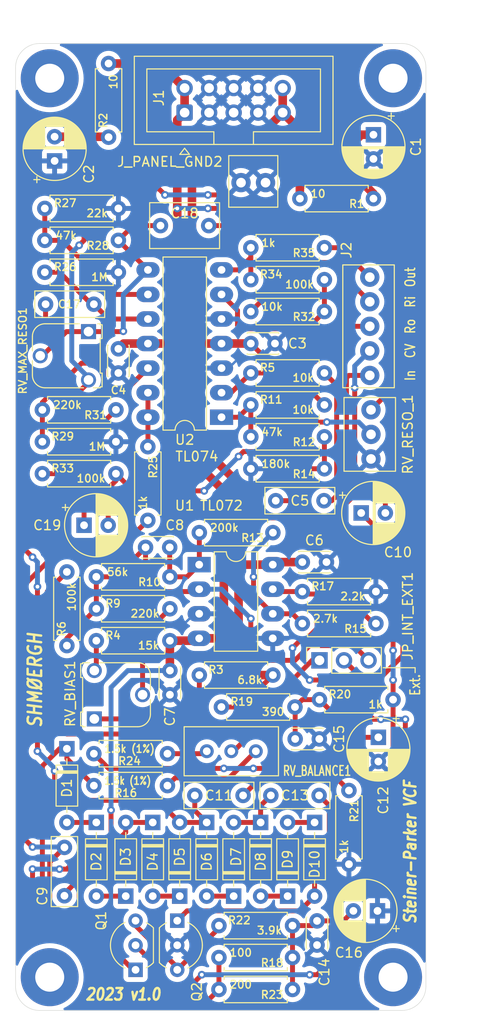
<source format=kicad_pcb>
(kicad_pcb (version 20221018) (generator pcbnew)
  (layers (0 "F.Cu" signal) (31 "B.Cu" signal) (34 "B.Paste" user) (35 "F.Paste" user) (36 "B.SilkS" user "B.Silkscreen") (37 "F.SilkS" user "F.Silkscreen") (38 "B.Mask" user) (39 "F.Mask" user) (44 "Edge.Cuts" user))
  (net 0 "")
  (net 1 "GND")
  (net 2 "Net-(C1-Pad1)")
  (net 3 "Net-(C2-Pad2)")
  (net 4 "+12V")
  (net 5 "-12V")
  (net 6 "AUDIO_IN")
  (net 7 "Net-(C5-Pad1)")
  (net 8 "Net-(JP_INT_EXT1-B)")
  (net 9 "Net-(C8-Pad1)")
  (net 10 "Net-(C13-Pad2)")
  (net 11 "Net-(D3-A)")
  (net 12 "Net-(C10-Pad2)")
  (net 13 "Net-(C10-Pad1)")
  (net 14 "Net-(C11-Pad2)")
  (net 15 "Net-(D5-A)")
  (net 16 "Net-(C12-Pad1)")
  (net 17 "Net-(D7-A)")
  (net 18 "Net-(C14-Pad1)")
  (net 19 "Net-(U2C-+)")
  (net 20 "Net-(C18-Pad2)")
  (net 21 "Net-(C18-Pad1)")
  (net 22 "Net-(C19-Pad2)")
  (net 23 "Net-(C19-Pad1)")
  (net 24 "Net-(D1-K)")
  (net 25 "Net-(D1-A)")
  (net 26 "Net-(D2-A)")
  (net 27 "Net-(D4-A)")
  (net 28 "Net-(D6-A)")
  (net 29 "Net-(D8-A)")
  (net 30 "Net-(D10-K)")
  (net 31 "Net-(D10-A)")
  (net 32 "CV")
  (net 33 "Net-(R33-Pad1)")
  (net 34 "OUTPUT")
  (net 35 "Net-(JP_INT_EXT1-A)")
  (net 36 "Net-(Q1-B)")
  (net 37 "Net-(Q1-E)")
  (net 38 "Net-(R3-Pad1)")
  (net 39 "Net-(R4-Pad1)")
  (net 40 "Net-(U2A--)")
  (net 41 "Net-(R9-Pad2)")
  (net 42 "Net-(R11-Pad1)")
  (net 43 "Net-(U1B--)")
  (net 44 "Net-(R16-Pad1)")
  (net 45 "Net-(R24-Pad1)")
  (net 46 "Net-(U2D--)")
  (net 47 "Net-(U2C--)")
  (net 48 "Net-(U2D-+)")
  (net 49 "Net-(U2B--)")
  (net 50 "Net-(R34-Pad1)")
  (footprint "Diode_THT:D_DO-35_SOD27_P7.62mm_Horizontal" (layer "F.Cu") (at 140.97 130.556 -90)
    (fp_text reference "D10")
    (fp_text value "1N4148")
  )
  (footprint "Diode_THT:D_DO-35_SOD27_P7.62mm_Horizontal" (layer "F.Cu") (at 115.316 122.936 -90)
    (fp_text reference "D1")
    (fp_text value "1N4148")
  )
  (footprint "HOG-F1-Custom-Footprints:R_Axial_DIN0207_L6.3mm_D2.5mm_P7.62mm_Horizontal" (layer "F.Cu") (at 131.318 118.618)
    (fp_text reference "R19")
    (fp_text value "390")
  )
  (footprint "HOG-F1-Custom-Footprints:R_Axial_DIN0207_L6.3mm_D2.5mm_P7.62mm_Horizontal" (layer "F.Cu") (at 120.396 87.884 180)
    (fp_text reference "R31")
    (fp_text value "220k")
  )
  (footprint "Capacitor_THT:CP_Radial_D6.3mm_P2.50mm" (layer "F.Cu") (at 114.046 62.14238 90)
    (fp_text reference "C2")
    (fp_text value "100u")
  )
  (footprint "Capacitor_THT:CP_Radial_D6.3mm_P2.50mm" (layer "F.Cu") (at 147.48638 139.7 180)
    (fp_text reference "C16")
    (fp_text value "100u")
  )
  (footprint "Diode_THT:D_DO-35_SOD27_P7.62mm_Horizontal" (layer "F.Cu") (at 129.794 130.556 -90)
    (fp_text reference "D6")
    (fp_text value "1N4148")
  )
  (footprint "MountingHole:MountingHole_3mm_Pad" (layer "F.Cu") (at 149.098 53.594)
    (fp_text reference "H1" hide)
    (fp_text value "MountingHole")
  )
  (footprint "Capacitor_THT:C_Rect_L7.0mm_W2.5mm_P5.00mm" (layer "F.Cu") (at 128.564 127.762)
    (fp_text reference "C11")
    (fp_text value "1n (Foil)")
  )
  (footprint "Capacitor_THT:C_Disc_D3.0mm_W2.0mm_P2.50mm" (layer "F.Cu") (at 139.7 103.632)
    (fp_text reference "C6")
    (fp_text value "100n")
  )
  (footprint "Capacitor_THT:C_Rect_L7.0mm_W2.5mm_P5.00mm" (layer "F.Cu") (at 118.11 76.962 180)
    (fp_text reference "C17")
    (fp_text value "470n (foil)")
  )
  (footprint "Diode_THT:D_DO-35_SOD27_P7.62mm_Horizontal" (layer "F.Cu") (at 127 138.176 90)
    (fp_text reference "D5")
    (fp_text value "1N4148")
  )
  (footprint "Connector_PinSocket_2.54mm:PinSocket_1x03_P2.54mm_Vertical" (layer "F.Cu") (at 141.478 113.792 90)
    (fp_text reference "JP_INT_EXT1")
    (fp_text value "Internal/External CV")
  )
  (footprint "HOG-F1-Custom-Footprints:R_Axial_DIN0207_L6.3mm_D2.5mm_P7.62mm_Horizontal" (layer "F.Cu") (at 112.776 91.186)
    (fp_text reference "R29")
    (fp_text value "1M")
  )
  (footprint "HOG-F1-Custom-Footprints:R_Axial_DIN0207_L6.3mm_D2.5mm_P7.62mm_Horizontal" (layer "F.Cu") (at 134.366 84.074)
    (fp_text reference "R5")
    (fp_text value "10k")
  )
  (footprint "Diode_THT:D_DO-35_SOD27_P7.62mm_Horizontal" (layer "F.Cu") (at 138.176 138.176 90)
    (fp_text reference "D9")
    (fp_text value "1N4148")
  )
  (footprint "Package_DIP:DIP-8_W7.62mm_LongPads" (layer "F.Cu") (at 129.017 103.896)
    (fp_text reference "U1")
    (fp_text value "TL072")
  )
  (footprint "Capacitor_THT:C_Disc_D3.0mm_W2.0mm_P2.50mm" (layer "F.Cu") (at 141.224 140.736 -90)
    (fp_text reference "C14")
    (fp_text value "100n")
  )
  (footprint "Package_TO_SOT_THT:TO-92_Inline_Wide" (layer "F.Cu") (at 126.746 140.716 -90)
    (fp_text reference "Q2")
    (fp_text value "BC547B")
  )
  (footprint "Diode_THT:D_DO-35_SOD27_P7.62mm_Horizontal" (layer "F.Cu") (at 118.364 130.556 -90)
    (fp_text reference "D2")
    (fp_text value "1N4148")
  )
  (footprint "HOG-F1-Custom-Footprints:R_Axial_DIN0207_L6.3mm_D2.5mm_P7.62mm_Horizontal" (layer "F.Cu") (at 118.364 108.458)
    (fp_text reference "R9")
    (fp_text value "220k")
  )
  (footprint "HOG-F1-Custom-Footprints:R_Axial_DIN0207_L6.3mm_D2.5mm_P7.62mm_Horizontal" (layer "F.Cu") (at 115.316 112.268 90)
    (fp_text reference "R6")
    (fp_text value "100k")
  )
  (footprint "HOG-F1-Custom-Footprints:R_Axial_DIN0207_L6.3mm_D2.5mm_P7.62mm_Horizontal" (layer "F.Cu") (at 129.032 115.316)
    (fp_text reference "R3")
    (fp_text value "6.8k")
  )
  (footprint "HOG-F1-Custom-Footprints:R_Axial_DIN0207_L6.3mm_D2.5mm_P7.62mm_Horizontal" (layer "F.Cu") (at 136.652 100.584 180)
    (fp_text reference "R13")
    (fp_text value "200k")
  )
  (footprint "MountingHole:MountingHole_3mm_Pad" (layer "F.Cu") (at 113.538 53.594)
    (fp_text reference "H3" hide)
    (fp_text value "MountingHole")
  )
  (footprint "Capacitor_THT:C_Rect_L7.0mm_W2.5mm_P5.00mm" (layer "F.Cu") (at 136.946 97.282)
    (fp_text reference "C5")
    (fp_text value "470n (Foil)")
  )
  (footprint "Capacitor_THT:C_Disc_D3.0mm_W2.0mm_P2.50mm" (layer "F.Cu") (at 134.366 81.026)
    (fp_text reference "C3")
    (fp_text value "100n")
  )
  (footprint "Capacitor_THT:CP_Radial_D6.3mm_P2.50mm" (layer "F.Cu") (at 147.574 121.753621 -90)
    (fp_text reference "C12")
    (fp_text value "100u")
  )
  (footprint "HOG-F1-Custom-Footprints:R_Axial_DIN0207_L6.3mm_D2.5mm_P7.62mm_Horizontal" (layer "F.Cu") (at 125.984 105.156 180)
    (fp_text reference "R10")
    (fp_text value "56k")
  )
  (footprint "HOG-F1-Custom-Footprints:R_Axial_DIN0207_L6.3mm_D2.5mm_P7.62mm_Horizontal" (layer "F.Cu") (at 120.65 70.358 180)
    (fp_text reference "R28")
    (fp_text value "47k")
  )
  (footprint "HOG-F1-Custom-Footprints:R_Axial_DIN0207_L6.3mm_D2.5mm_P7.62mm_Horizontal" (layer "F.Cu") (at 141.986 90.678 180)
    (fp_text reference "R12")
    (fp_text value "47k")
  )
  (footprint "Connector_IDC:IDC-Header_2x05_P2.54mm_Vertical" (layer "F.Cu") (at 127.508 57.15 90)
    (fp_text reference "J1")
    (fp_text value "Eurorack Power")
  )
  (footprint "Capacitor_THT:C_Disc_D3.0mm_W2.0mm_P2.50mm" (layer "F.Cu") (at 138.958 121.92)
    (fp_text reference "C15")
    (fp_text value "100n")
  )
  (footprint "Capacitor_THT:C_Rect_L7.0mm_W4.5mm_P5.00mm" (layer "F.Cu") (at 130.008 68.834 180)
    (fp_text reference "C18")
    (fp_text value "1u (Foil)")
  )
  (footprint "Potentiometer_THT:Potentiometer_Runtron_RM-065_Vertical" (layer "F.Cu") (at 117.556 79.796 -90)
    (fp_text reference "RV_MAX_RESO1")
    (fp_text value "100k")
  )
  (footprint "Capacitor_THT:C_Disc_D3.0mm_W2.0mm_P2.50mm" (layer "F.Cu") (at 120.65 84.074 90)
    (fp_text reference "C4")
    (fp_text value "100n")
  )
  (footprint "Potentiometer_THT:Potentiometer_Bourns_3296W_Vertical" (layer "F.Cu") (at 134.884 123.19)
    (fp_text reference "RV_BALANCE1")
    (fp_text value "1k (precision)")
  )
  (footprint "Capacitor_THT:CP_Radial_D6.3mm_P2.50mm" (layer "F.Cu") (at 147.066 59.436 -90)
    (fp_text reference "C1")
    (fp_text value "100u")
  )
  (footprint "HOG-F1-Custom-Footprints:R_Axial_DIN0207_L6.3mm_D2.5mm_P7.62mm_Horizontal" (layer "F.Cu") (at 134.366 74.422)
    (fp_text reference "R34")
    (fp_text value "100k")
  )
  (footprint "HOG-F1-Custom-Footprints:R_Axial_DIN0207_L6.3mm_D2.5mm_P7.62mm_Horizontal" (layer "F.Cu") (at 125.73 126.746 180)
    (fp_text reference "R16")
    (fp_text value "1.5k (1%)")
  )
  (footprint "Diode_THT:D_DO-35_SOD27_P7.62mm_Horizontal" (layer "F.Cu") (at 132.588 138.176 90)
    (fp_text reference "D7")
    (fp_text value "1N4148")
  )
  (footprint "HOG-F1-Custom-Footprints:R_Axial_DIN0207_L6.3mm_D2.5mm_P7.62mm_Horizontal" (layer "F.Cu") (at 113.03 67.056)
    (fp_text reference "R27")
    (fp_text value "22k")
  )
  (footprint "HOG-F1-Custom-Footprints:NSL25_01x02_Vertical" (layer "F.Cu") (at 133.35 64.389)
    (fp_text reference "J_PANEL_GND2")
    (fp_text value "Panel ground")
  )
  (footprint "Capacitor_THT:C_Rect_L7.0mm_W2.5mm_P5.00mm" (layer "F.Cu") (at 115.062 138.136 90)
    (fp_text reference "C9")
    (fp_text value "1n (Foil)")
  )
  (footprint "Diode_THT:D_DO-35_SOD27_P7.62mm_Horizontal" (layer "F.Cu") (at 135.382 130.556 -90)
    (fp_text reference "D8")
    (fp_text value "1N4148")
  )
  (footprint "HOG-F1-Custom-Footprints:R_Axial_DIN0207_L6.3mm_D2.5mm_P7.62mm_Horizontal" (layer "F.Cu") (at 147.32 109.982 180)
    (fp_text reference "R15")
    (fp_text value "2.7k")
  )
  (footprint "HOG-F1-Custom-Footprints:R_Axial_DIN0207_L6.3mm_D2.5mm_P7.62mm_Horizontal" (layer "F.Cu") (at 125.73 123.444 180)
    (fp_text reference "R24")
    (fp_text value "1.5k (1%)")
  )
  (footprint "HOG-F1-Custom-Footprints:R_Axial_DIN0207_L6.3mm_D2.5mm_P7.62mm_Horizontal" (layer "F.Cu") (at 113.03 73.66)
    (fp_text reference "R26")
    (fp_text value "1M")
  )
  (footprint "MountingHole:MountingHole_3mm_Pad" (layer "F.Cu") (at 149.098 146.558)
    (fp_text reference "H2" hide)
    (fp_text value "MountingHole")
  )
  (footprint "HOG-F1-Custom-Footprints:R_Axial_DIN0207_L6.3mm_D2.5mm_P7.62mm_Horizontal" (layer "F.Cu") (at 144.526 127.254 -90)
    (fp_text reference "R21")
    (fp_text value "1k")
  )
  (footprint "Potentiometer_THT:Potentiometer_Runtron_RM-065_Vertical" (layer "F.Cu") (at 118.156 119.848 90)
    (fp_text reference "RV_BIAS1")
    (fp_text value "10k")
  )
  (footprint "HOG-F1-Custom-Footprints:R_Axial_DIN0207_L6.3mm_D2.5mm_P7.62mm_Horizontal" (layer "F.Cu") (at 138.684 144.526 180)
    (fp_text reference "R18")
    (fp_text value "100")
  )
  (footprint "HOG-F1-Custom-Footprints:R_Axial_DIN0207_L6.3mm_D2.5mm_P7.62mm_Horizontal" (layer "F.Cu") (at 147.066 66.04 180)
    (fp_text reference "R1")
    (fp_text value "10")
  )
  (footprint "HOG-F1-Custom-Footprints:R_Axial_DIN0207_L6.3mm_D2.5mm_P7.62mm_Horizontal" (layer "F.Cu") (at 134.366 87.376)
    (fp_text reference "R11")
    (fp_text value "10k")
  )
  (footprint "HOG-F1-Custom-Footprints:R_Axial_DIN0207_L6.3mm_D2.5mm_P7.62mm_Horizontal" (layer "F.Cu") (at 138.684 147.828 180)
    (fp_text reference "R23")
    (fp_text value "200")
  )
  (footprint "Package_DIP:DIP-14_W7.62mm_LongPads" (layer "F.Cu") (at 131.333 88.651 180)
    (fp_text reference "U2")
    (fp_text value "TL074")
  )
  (footprint "HOG-F1-Custom-Footprints:R_Axial_DIN0207_L6.3mm_D2.5mm_P7.62mm_Horizontal" (layer "F.Cu") (at 131.064 141.224)
    (fp_text reference "R22")
    (fp_text value "3.9k")
  )
  (footprint "HOG-F1-Custom-Footprints:R_Axial_DIN0207_L6.3mm_D2.5mm_P7.62mm_Horizontal" (layer "F.Cu") (at 141.986 77.724 180)
    (fp_text reference "R32")
    (fp_text value "10k")
  )
  (footprint "Capacitor_THT:C_Disc_D3.0mm_W2.0mm_P2.50mm" (layer "F.Cu") (at 125.984 117.348 90)
    (fp_text reference "C7")
    (fp_text value "100n")
  )
  (footprint "Diode_THT:D_DO-35_SOD27_P7.62mm_Horizontal" (layer "F.Cu") (at 124.206 130.556 -90)
    (fp_text reference "D4")
    (fp_text value "1N4148")
  )
  (footprint "Capacitor_THT:CP_Radial_D6.3mm_P2.50mm" (layer "F.Cu") (at 145.796 98.552)
    (fp_text reference "C10")
    (fp_text value "2.2u")
  )
  (footprint "HOG-F1-Custom-Footprints:R_Axial_DIN0207_L6.3mm_D2.5mm_P7.62mm_Horizontal" (layer "F.Cu") (at 112.776 94.488)
    (fp_text reference "R33")
    (fp_text value "100k")
  )
  (footprint "HOG-F1-Custom-Footprints:R_Axial_DIN0207_L6.3mm_D2.5mm_P7.62mm_Horizontal" (layer "F.Cu") (at 139.7 106.68)
    (fp_text reference "R17")
    (fp_text value "2.2k")
  )
  (footprint "Diode_THT:D_DO-35_SOD27_P7.62mm_Horizontal" (layer "F.Cu") (at 121.412 138.176 90)
    (fp_text reference "D3")
    (fp_text value "1N4148")
  )
  (footprint "HOG-F1-Custom-Footprints:NSL25_01x03_Vertical" (layer "F.Cu") (at 146.812 92.964 90)
    (fp_text reference "RV_RESO_1")
    (fp_text value "100k")
  )
  (footprint "Capacitor_THT:CP_Radial_D6.3mm_P2.50mm" (layer "F.Cu") (at 117.094 99.822)
    (fp_text reference "C19")
    (fp_text value "10u")
  )
  (footprint "Capacitor_THT:C_Disc_D3.0mm_W2.0mm_P2.50mm" (layer "F.Cu") (at 125.964 102.108 180)
    (fp_text reference "C8")
    (fp_text value "10n")
  )
  (footprint "HOG-F1-Custom-Footprints:R_Axial_DIN0207_L6.3mm_D2.5mm_P7.62mm_Horizontal" (layer "F.Cu") (at 118.364 111.76)
    (fp_text reference "R4")
    (fp_text value "15k")
  )
  (footprint "HOG-F1-Custom-Footprints:R_Axial_DIN0207_L6.3mm_D2.5mm_P7.62mm_Horizontal" (layer "F.Cu") (at 141.986 71.12 180)
    (fp_text reference "R35")
    (fp_text value "1k")
  )
  (footprint "MountingHole:MountingHole_3mm_Pad" (layer "F.Cu") (at 113.538 146.558)
    (fp_text reference "H4" hide)
    (fp_text value "MountingHole")
  )
  (footprint "Capacitor_THT:C_Rect_L7.0mm_W2.5mm_P5.00mm" (layer "F.Cu") (at 136.438 127.762)
    (fp_text reference "C13")
    (fp_text value "1n (Foil)")
  )
  (footprint "Package_TO_SOT_THT:TO-92_Inline_Wide" (layer "F.Cu") (at 122.428 145.796 90)
    (fp_text reference "Q1")
    (fp_text value "BC547B")
  )
  (footprint "HOG-F1-Custom-Footprints:R_Axial_DIN0207_L6.3mm_D2.5mm_P7.62mm_Horizontal" (layer "F.Cu") (at 123.698 91.694 -90)
    (fp_text reference "R25")
    (fp_text value "1k")
  )
  (footprint "HOG-F1-Custom-Footprints:R_Axial_DIN0207_L6.3mm_D2.5mm_P7.62mm_Horizontal" (layer "F.Cu") (at 141.986 93.98 180)
    (fp_text reference "R14")
    (fp_text value "180k")
  )
  (footprint "HOG-F1-Custom-Footprints:R_Axial_DIN0207_L6.3mm_D2.5mm_P7.62mm_Horizontal" (layer "F.Cu") (at 141.478 117.856)
    (fp_text reference "R20")
    (fp_text value "1k")
  )
  (footprint "HOG-F1-Custom-Footprints:R_Axial_DIN0207_L6.3mm_D2.5mm_P7.62mm_Horizontal" (layer "F.Cu") (at 119.634 59.69 90)
    (fp_text reference "R2")
    (fp_text value "10")
  )
  (footprint "HOG-F1-Custom-Footprints:NSL25_01x05_Vertical" (layer "F.Cu") (at 146.685 84.328 90)
    (fp_text reference "J2")
    (fp_text value "Conn_01x05_Male")
  )
  (gr_line (start 151.384 114.554) (end 151.384 115.062) (stroke (width 0.12)) (layer "F.SilkS"))
  (gr_line (start 148.082 114.554) (end 151.384 114.554) (stroke (width 0.12)) (layer "F.SilkS"))
  (gr_arc (start 110 52.5) (mid 110.732233 50.732233) (end 112.5 50) (stroke (width 0.05)) (layer "Edge.Cuts"))
  (gr_arc (start 152.5 147.5) (mid 151.767767 149.267767) (end 150 150) (stroke (width 0.05)) (layer "Edge.Cuts"))
  (gr_line (start 110 147.5) (end 110 52.5) (stroke (width 0.05)) (layer "Edge.Cuts"))
  (gr_line (start 152.5 52.5) (end 152.5 147.5) (stroke (width 0.05)) (layer "Edge.Cuts"))
  (gr_arc (start 150 50) (mid 151.767767 50.732233) (end 152.5 52.5) (stroke (width 0.05)) (layer "Edge.Cuts"))
  (gr_arc (start 112.5 150) (mid 110.732233 149.267767) (end 110 147.5) (stroke (width 0.05)) (layer "Edge.Cuts"))
  (gr_line (start 112.5 50) (end 150 50) (stroke (width 0.05)) (layer "Edge.Cuts"))
  (gr_line (start 150 150) (end 112.5 150) (stroke (width 0.05)) (layer "Edge.Cuts"))
  (gr_text "Out" (at 150.876 74.168 90) (layer "F.SilkS") (effects (font (size 1 0.8))))
  (gr_text "TL074" (at 128.778 92.71) (layer "F.SilkS") (effects (font (size 1 1))))
  (gr_text "Ext." (at 151.384 116.332 90) (layer "F.SilkS") (effects (font (size 1 0.8))))
  (gr_text "SHMØERGH" (at 112.014 115.824 90) (layer "F.SilkS") (effects (font (size 1.4 1.2) (thickness 0.25) italic)))
  (gr_text "CV" (at 150.876 81.788 90) (layer "F.SilkS") (effects (font (size 1 0.8))))
  (gr_text "TL072" (at 131.318 97.79) (layer "F.SilkS") (effects (font (size 1 1))))
  (gr_text "Steiner-Parker VCF" (at 150.876 133.604 90) (layer "F.SilkS") (effects (font (size 1.2 1) (thickness 0.25) italic)))
  (gr_text "Ri" (at 150.876 76.708 90) (layer "F.SilkS") (effects (font (size 1 0.8))))
  (gr_text "Ro" (at 150.876 79.248 90) (layer "F.SilkS") (effects (font (size 1 0.8))))
  (gr_text "In" (at 150.876 84.328 90) (layer "F.SilkS") (effects (font (size 1 0.8))))
  (gr_text "2023 v1.0" (at 121.158 148.336) (layer "F.SilkS") (effects (font (size 1.2 1) (thickness 0.25) italic)))
  (segment (start 128.514 108.976) (end 127.254 110.236) (width 0.25) (layer "B.Cu") (net 1))
  (segment (start 133.096 82.55) (end 132.075 83.571) (width 0.25) (layer "B.Cu") (net 1))
  (segment (start 132.075 83.571) (end 131.333 83.571) (width 0.25) (layer "B.Cu") (net 1))
  (segment (start 147.066 66.04) (end 147.066 65.532) (width 0.889) (layer "F.Cu") (net 2))
  (segment (start 147.066 65.532) (end 144.78 63.246) (width 0.889) (layer "F.Cu") (net 2))
  (segment (start 145.796 59.436) (end 147.066 59.436) (width 0.889) (layer "F.Cu") (net 2))
  (segment (start 144.78 63.246) (end 144.78 60.452) (width 0.889) (layer "F.Cu") (net 2))
  (segment (start 144.78 60.452) (end 145.796 59.436) (width 0.889) (layer "F.Cu") (net 2))
  (segment (start 114.046 59.64238) (end 119.58638 59.64238) (width 0.889) (layer "F.Cu") (net 3))
  (segment (start 119.58638 59.64238) (end 119.634 59.69) (width 0.889) (layer "F.Cu") (net 3))
  (segment (start 133.096 95.504) (end 133.096 113.538) (width 0.889) (layer "F.Cu") (net 4))
  (segment (start 134.62 60.198) (end 129.032 60.198) (width 0.889) (layer "F.Cu") (net 4))
  (segment (start 133.106 103.896) (end 136.637 103.896) (width 0.889) (layer "F.Cu") (net 4))
  (segment (start 134.874 115.316) (end 136.652 115.316) (width 0.889) (layer "F.Cu") (net 4))
  (segment (start 139.446 58.928) (end 137.668 57.15) (width 0.889) (layer "F.Cu") (net 4))
  (segment (start 137.668 57.15) (end 134.62 60.198) (width 0.889) (layer "F.Cu") (net 4))
  (segment (start 136.637 103.896) (end 136.901 103.632) (width 0.889) (layer "F.Cu") (net 4))
  (segment (start 133.35 118.618) (end 136.652 115.316) (width 0.508) (layer "F.Cu") (net 4))
  (segment (start 136.901 103.632) (end 139.7 103.632) (width 0.889) (layer "F.Cu") (net 4))
  (segment (start 133.096 103.886) (end 133.106 103.896) (width 0.889) (layer "F.Cu") (net 4))
  (segment (start 131.338 81.026) (end 131.333 81.031) (width 0.889) (layer "F.Cu") (net 4))
  (segment (start 128.27 60.96) (end 128.27 81.026) (width 0.889) (layer "F.Cu") (net 4))
  (segment (start 140.97 82.931) (end 136.271 82.931) (width 0.508) (layer "F.Cu") (net 4))
  (segment (start 129.032 60.198) (end 128.27 60.96) (width 0.889) (layer "F.Cu") (net 4))
  (segment (start 136.271 82.931) (end 134.366 81.026) (width 0.508) (layer "F.Cu") (net 4))
  (segment (start 128.275 81.031) (end 128.27 81.026) (width 0.889) (layer "F.Cu") (net 4))
  (segment (start 133.096 113.538) (end 134.874 115.316) (width 0.889) (layer "F.Cu") (net 4))
  (segment (start 146.685 79.248) (end 144.653 79.248) (width 0.508) (layer "F.Cu") (net 4))
  (segment (start 129.032 93.218) (end 130.81 93.218) (width 0.889) (layer "F.Cu") (net 4))
  (segment (start 139.446 66.04) (end 139.446 58.928) (width 0.889) (layer "F.Cu") (net 4))
  (segment (start 134.366 81.026) (end 131.338 81.026) (width 0.889) (layer "F.Cu") (net 4))
  (segment (start 131.333 81.031) (end 128.275 81.031) (width 0.889) (layer "F.Cu") (net 4))
  (segment (start 131.318 118.618) (end 133.35 118.618) (width 0.508) (layer "F.Cu") (net 4))
  (segment (start 144.653 79.248) (end 140.97 82.931) (width 0.508) (layer "F.Cu") (net 4))
  (segment (start 137.668 54.61) (end 137.668 57.15) (width 0.889) (layer "F.Cu") (net 4))
  (segment (start 128.27 81.026) (end 128.27 92.456) (width 0.889) (layer "F.Cu") (net 4))
  (segment (start 130.81 93.218) (end 133.096 95.504) (width 0.889) (layer "F.Cu") (net 4))
  (segment (start 128.27 92.456) (end 129.032 93.218) (width 0.889) (layer "F.Cu") (net 4))
  (segment (start 119.888 129.286) (end 119.888 131.826) (width 0.508) (layer "F.Cu") (net 5))
  (segment (start 123.698 148.844) (end 122.428 148.844) (width 0.508) (layer "F.Cu") (net 5))
  (segment (start 140.208 72.644) (end 135.001 67.437) (width 0.508) (layer "F.Cu") (net 5))
  (segment (start 130.8 111.516) (end 129.017 111.516) (width 0.889) (layer "F.Cu") (net 5))
  (segment (start 126.741 81.031) (end 126.746 81.026) (width 0.889) (layer "F.Cu") (net 5))
  (segment (start 146.685 76.708) (end 142.621 72.644) (width 0.508) (layer "F.Cu") (net 5))
  (segment (start 126.746 81.026) (end 126.746 93.234078) (width 0.889) (layer "F.Cu") (net 5))
  (segment (start 122.428 148.844) (end 117.348 143.764) (width 0.508) (layer "F.Cu") (net 5))
  (segment (start 131.064 147.828) (end 130.048 148.844) (width 0.508) (layer "F.Cu") (net 5))
  (segment (start 125.984 111.76) (end 128.773 111.76) (width 0.889) (layer "F.Cu") (net 5))
  (segment (start 123.713 81.031) (end 121.193 81.031) (width 0.889) (layer "F.Cu") (net 5))
  (segment (start 131.826 67.437) (end 131.445 67.056) (width 0.508) (layer "F.Cu") (net 5))
  (segment (start 127.508 57.15) (end 126.746 57.912) (width 0.889) (layer "F.Cu") (net 5))
  (segment (start 128.773 111.76) (end 129.017 111.516) (width 0.889) (layer "F.Cu") (net 5))
  (segment (start 115.316 135.382) (end 114.554 135.382) (width 0.508) (layer "F.Cu") (net 5))
  (segment (start 126.746 67.056) (end 126.746 81.026) (width 0.889) (layer "F.Cu") (net 5))
  (segment (start 126.746 93.234078) (end 128.072922 94.561) (width 0.889) (layer "F.Cu") (net 5))
  (segment (start 128.072922 94.561) (end 129.867 94.561) (width 0.889) (layer "F.Cu") (net 5))
  (segment (start 131.572 110.744) (end 130.8 111.516) (width 0.889) (layer "F.Cu") (net 5))
  (segment (start 126.746 57.912) (end 126.746 67.056) (width 0.889) (layer "F.Cu") (net 5))
  (segment (start 121.193 81.031) (end 120.65 81.574) (width 0.889) (layer "F.Cu") (net 5))
  (segment (start 131.064 144.526) (end 131.064 147.828) (width 0.508) (layer "F.Cu") (net 5))
  (segment (start 135.001 67.437) (end 131.826 67.437) (width 0.508) (layer "F.Cu") (net 5))
  (segment (start 119.888 131.826) (end 118.618 133.096) (width 0.508) (layer "F.Cu") (net 5))
  (segment (start 117.348 143.764) (end 116.078 142.494) (width 0.508) (layer "F.Cu") (net 5))
  (segment (start 124.968 52.07) (end 127.508 54.61) (width 0.889) (layer "F.Cu") (net 5))
  (segment (start 131.445 67.056) (end 129.921 67.056) (width 0.508) (layer "F.Cu") (net 5))
  (segment (start 119.634 52.07) (end 124.968 52.07) (width 0.889) (layer "F.Cu") (net 5))
  (segment (start 127.508 54.61) (end 127.508 57.15) (width 0.889) (layer "F.Cu") (net 5))
  (segment (start 111.76 140.462) (end 111.76 135.382) (width 0.508) (layer "F.Cu") (net 5))
  (segment (start 114.3 142.494) (end 113.792 142.494) (width 0.508) (layer "F.Cu") (net 5))
  (segment (start 130.048 148.844) (end 123.698 148.844) (width 0.508) (layer "F.Cu") (net 5))
  (segment (start 113.792 142.494) (end 111.76 140.462) (width 0.508) (layer "F.Cu") (net 5))
  (segment (start 116.078 142.494) (end 114.3 142.494) (width 0.508) (layer "F.Cu") (net 5))
  (segment (start 131.572 96.266) (end 131.572 110.744) (width 0.889) (layer "F.Cu") (net 5))
  (segment (start 129.867 94.561) (end 131.572 96.266) (width 0.889) (layer "F.Cu") (net 5))
  (segment (start 142.621 72.644) (end 140.208 72.644) (width 0.508) (layer "F.Cu") (net 5))
  (segment (start 118.618 133.096) (end 117.602 133.096) (width 0.508) (layer "F.Cu") (net 5))
  (segment (start 125.984 114.848) (end 125.984 111.76) (width 0.889) (layer "F.Cu") (net 5))
  (segment (start 117.602 133.096) (end 115.316 135.382) (width 0.508) (layer "F.Cu") (net 5))
  (segment (start 123.713 81.031) (end 126.741 81.031) (width 0.889) (layer "F.Cu") (net 5))
  (via (at 111.76 135.382) (size 0.8) (drill 0.4) (layers "F.Cu" "B.Cu") (net 5))
  (via (at 114.554 135.382) (size 0.8) (drill 0.4) (layers "F.Cu" "B.Cu") (net 5))
  (via (at 129.921 67.056) (size 0.8) (drill 0.4) (layers "F.Cu" "B.Cu") (net 5))
  (via (at 126.746 67.056) (size 0.8) (drill 0.4) (layers "F.Cu" "B.Cu") (net 5))
  (via (at 119.888 129.286) (size 0.8) (drill 0.4) (layers "F.Cu" "B.Cu") (net 5))
  (segment (start 129.921 67.056) (end 126.746 67.056) (width 0.508) (layer "B.Cu") (net 5))
  (segment (start 111.76 135.382) (end 114.554 135.382) (width 0.508) (layer "B.Cu") (net 5))
  (segment (start 119.888 129.286) (end 119.888 116.586) (width 0.508) (layer "B.Cu") (net 5))
  (segment (start 119.888 116.586) (end 121.626 114.848) (width 0.508) (layer "B.Cu") (net 5))
  (segment (start 121.626 114.848) (end 125.984 114.848) (width 0.508) (layer "B.Cu") (net 5))
  (segment (start 144.272 84.582) (end 144.526 84.328) (width 0.508) (layer "F.Cu") (net 6))
  (segment (start 142.748 97.282) (end 144.272 95.758) (width 0.508) (layer "F.Cu") (net 6))
  (segment (start 141.946 97.282) (end 142.748 97.282) (width 0.508) (layer "F.Cu") (net 6))
  (segment (start 144.272 95.758) (end 144.272 84.582) (width 0.508) (layer "F.Cu") (net 6))
  (segment (start 144.526 84.328) (end 146.685 84.328) (width 0.508) (layer "F.Cu") (net 6))
  (segment (start 142.748 95.758) (end 143.256 95.25) (width 0.508) (layer "F.Cu") (net 7))
  (segment (start 138.684 97.282) (end 140.208 95.758) (width 0.508) (layer "F.Cu") (net 7))
  (segment (start 143.256 95.25) (end 143.256 85.344) (width 0.508) (layer "F.Cu") (net 7))
  (segment (start 136.946 97.282) (end 138.684 97.282) (width 0.508) (layer "F.Cu") (net 7))
  (segment (start 140.208 95.758) (end 142.748 95.758) (width 0.508) (layer "F.Cu") (net 7))
  (segment (start 143.256 85.344) (end 141.986 84.074) (width 0.508) (layer "F.Cu") (net 7))
  (segment (start 115.316 111.506) (end 118.364 108.458) (width 0.508) (layer "F.Cu") (net 8))
  (segment (start 115.316 112.268) (end 115.316 111.506) (width 0.508) (layer "F.Cu") (net 8))
  (segment (start 135.382 113.792) (end 134.366 112.776) (width 0.508) (layer "F.Cu") (net 8))
  (segment (start 146.558 113.792) (end 145.034 112.268) (width 0.508) (layer "F.Cu") (net 8))
  (segment (start 120.416 105.156) (end 123.464 102.108) (width 0.508) (layer "F.Cu") (net 8))
  (segment (start 145.034 112.268) (end 140.462 112.268) (width 0.508) (layer "F.Cu") (net 8))
  (segment (start 140.462 112.268) (end 138.938 113.792) (width 0.508) (layer "F.Cu") (net 8))
  (segment (start 123.464 105.684) (end 123.464 102.108) (width 0.508) (layer "F.Cu") (net 8))
  (segment (start 138.938 113.792) (end 135.382 113.792) (width 0.508) (layer "F.Cu") (net 8))
  (segment (start 129.017 106.436) (end 128.773 106.68) (width 0.508) (layer "F.Cu") (net 8))
  (segment (start 118.364 105.156) (end 120.416 105.156) (width 0.508) (layer "F.Cu") (net 8))
  (segment (start 128.773 106.68) (end 124.46 106.68) (width 0.508) (layer "F.Cu") (net 8))
  (segment (start 118.364 108.458) (end 118.364 105.156) (width 0.508) (layer "F.Cu") (net 8))
  (segment (start 134.366 112.776) (end 134.366 109.474) (width 0.508) (layer "F.Cu") (net 8))
  (segment (start 124.46 106.68) (end 123.464 105.684) (width 0.508) (layer "F.Cu") (net 8))
  (via (at 134.366 109.474) (size 0.8) (drill 0.4) (layers "F.Cu" "B.Cu") (net 8))
  (segment (start 131.328 106.436) (end 129.017 106.436) (width 0.508) (layer "B.Cu") (net 8))
  (segment (start 134.366 109.474) (end 131.328 106.436) (width 0.508) (layer "B.Cu") (net 8))
  (segment (start 125.964 105.136) (end 125.984 105.156) (width 0.508) (layer "F.Cu") (net 9))
  (segment (start 127.757 105.156) (end 129.017 103.896) (width 0.508) (layer "F.Cu") (net 9))
  (segment (start 129.032 100.584) (end 129.032 103.881) (width 0.508) (layer "F.Cu") (net 9))
  (segment (start 125.964 102.108) (end 125.964 105.136) (width 0.508) (layer "F.Cu") (net 9))
  (segment (start 129.032 103.881) (end 129.017 103.896) (width 0.508) (layer "F.Cu") (net 9))
  (segment (start 125.984 105.156) (end 127.757 105.156) (width 0.508) (layer "F.Cu") (net 9))
  (segment (start 114.808 102.108) (end 110.998 105.918) (width 0.508) (layer "F.Cu") (net 10))
  (segment (start 123.698 99.314) (end 120.904 102.108) (width 0.508) (layer "F.Cu") (net 10))
  (segment (start 114.554 140.208) (end 113.538 139.192) (width 0.508) (layer "F.Cu") (net 10))
  (segment (start 139.7 134.62) (end 119.634 134.62) (width 0.508) (layer "F.Cu") (net 10))
  (segment (start 120.904 102.108) (end 114.808 102.108) (width 0.508) (layer "F.Cu") (net 10))
  (segment (start 115.824 140.208) (end 114.554 140.208) (width 0.508) (layer "F.Cu") (net 10))
  (segment (start 110.998 132.334) (end 111.76 133.096) (width 0.508) (layer "F.Cu") (net 10))
  (segment (start 110.998 105.918) (end 110.998 132.334) (width 0.508) (layer "F.Cu") (net 10))
  (segment (start 141.438 127.762) (end 142.494 128.818) (width 0.508) (layer "F.Cu") (net 10))
  (segment (start 116.586 139.446) (end 115.824 140.208) (width 0.508) (layer "F.Cu") (net 10))
  (segment (start 113.538 134.66) (end 115.062 133.136) (width 0.508) (layer "F.Cu") (net 10))
  (segment (start 116.586 137.668) (end 116.586 139.446) (width 0.508) (layer "F.Cu") (net 10))
  (segment (start 113.538 139.192) (end 113.538 134.66) (width 0.508) (layer "F.Cu") (net 10))
  (segment (start 142.494 131.826) (end 139.7 134.62) (width 0.508) (layer "F.Cu") (net 10))
  (segment (start 142.494 128.818) (end 142.494 131.826) (width 0.508) (layer "F.Cu") (net 10))
  (segment (start 119.634 134.62) (end 116.586 137.668) (width 0.508) (layer "F.Cu") (net 10))
  (via (at 111.76 133.096) (size 0.8) (drill 0.4) (layers "F.Cu" "B.Cu") (net 10))
  (segment (start 111.76 133.096) (end 115.022 133.096) (width 0.508) (layer "B.Cu") (net 10))
  (segment (start 115.022 133.096) (end 115.062 133.136) (width 0.508) (layer "B.Cu") (net 10))
  (segment (start 121.412 131.572) (end 121.412 130.556) (width 0.508) (layer "F.Cu") (net 11))
  (segment (start 115.062 137.922) (end 121.412 131.572) (width 0.508) (layer "F.Cu") (net 11))
  (segment (start 115.062 138.136) (end 115.062 137.922) (width 0.508) (layer "F.Cu") (net 11))
  (segment (start 121.412 130.556) (end 124.206 130.556) (width 0.508) (layer "F.Cu") (net 11))
  (segment (start 134.874 98.044) (end 134.874 97.028) (width 0.508) (layer "F.Cu") (net 12))
  (segment (start 148.296 97.496) (end 147.574 96.774) (width 0.508) (layer "F.Cu") (net 12))
  (segment (start 148.296 98.552) (end 148.296 97.496) (width 0.508) (layer "F.Cu") (net 12))
  (segment (start 141.986 90.678) (end 141.986 93.98) (width 0.508) (layer "F.Cu") (net 12))
  (segment (start 137.922 93.98) (end 141.986 93.98) (width 0.508) (layer "F.Cu") (net 12))
  (segment (start 147.574 96.774) (end 145.034 96.774) (width 0.508) (layer "F.Cu") (net 12))
  (segment (start 142.748 99.06) (end 135.89 99.06) (width 0.508) (layer "F.Cu") (net 12))
  (segment (start 145.034 96.774) (end 142.748 99.06) (width 0.508) (layer "F.Cu") (net 12))
  (segment (start 134.874 97.028) (end 137.922 93.98) (width 0.508) (layer "F.Cu") (net 12))
  (segment (start 135.89 99.06) (end 134.874 98.044) (width 0.508) (layer "F.Cu") (net 12))
  (segment (start 135.89 121.666) (end 138.176 123.952) (width 0.508) (layer "F.Cu") (net 13))
  (segment (start 134.112 121.666) (end 135.89 121.666) (width 0.508) (layer "F.Cu") (net 13))
  (segment (start 149.098 117.856) (end 149.098 115.824) (width 0.508) (layer "F.Cu") (net 13))
  (segment (start 148.336 125.984) (end 149.098 125.222) (width 0.508) (layer "F.Cu") (net 13))
  (segment (start 132.588 123.19) (end 134.112 121.666) (width 0.508) (layer "F.Cu") (net 13))
  (segment (start 138.176 123.952) (end 145.034 123.952) (width 0.508) (layer "F.Cu") (net 13))
  (segment (start 149.098 101.854) (end 145.796 98.552) (width 0.508) (layer "F.Cu") (net 13))
  (segment (start 147.066 125.984) (end 148.336 125.984) (width 0.508) (layer "F.Cu") (net 13))
  (segment (start 149.098 125.222) (end 149.098 117.856) (width 0.508) (layer "F.Cu") (net 13))
  (segment (start 132.344 123.19) (end 132.588 123.19) (width 0.508) (layer "F.Cu") (net 13))
  (segment (start 149.098 112.776) (end 149.098 101.854) (width 0.508) (layer "F.Cu") (net 13))
  (segment (start 145.034 123.952) (end 147.066 125.984) (width 0.508) (layer "F.Cu") (net 13))
  (via (at 149.098 115.824) (size 0.8) (drill 0.4) (layers "F.Cu" "B.Cu") (net 13))
  (via (at 149.098 112.776) (size 0.8) (drill 0.4) (layers "F.Cu" "B.Cu") (net 13))
  (segment (start 149.098 115.824) (end 149.098 112.776) (width 0.508) (layer "B.Cu") (net 13))
  (segment (start 143.002 125.73) (end 144.526 127.254) (width 0.508) (layer "F.Cu") (net 14))
  (segment (start 135.596 125.73) (end 143.002 125.73) (width 0.508) (layer "F.Cu") (net 14))
  (segment (start 133.564 127.762) (end 135.596 125.73) (width 0.508) (layer "F.Cu") (net 14))
  (segment (start 111.76 103.124) (end 110.998 102.362) (width 0.508) (layer "F.Cu") (net 15))
  (segment (start 114.808 128.27) (end 114.046 127.508) (width 0.508) (layer "F.Cu") (net 15))
  (segment (start 128.564 129.326) (end 129.794 130.556) (width 0.508) (layer "F.Cu") (net 15))
  (segment (start 114.046 127.508) (end 114.046 125.222) (width 0.508) (layer "F.Cu") (net 15))
  (segment (start 128.564 127.762) (end 128.564 129.326) (width 0.508) (layer "F.Cu") (net 15))
  (segment (start 127 130.556) (end 129.794 130.556) (width 0.508) (layer "F.Cu") (net 15))
  (segment (start 112.268 123.19) (end 112.268 106.172) (width 0.508) (layer "F.Cu") (net 15))
  (segment (start 124.714 128.27) (end 114.808 128.27) (width 0.508) (layer "F.Cu") (net 15))
  (segment (start 110.998 80.518) (end 113.11 78.406) (width 0.508) (layer "F.Cu") (net 15))
  (segment (start 127 130.556) (end 124.714 128.27) (width 0.508) (layer "F.Cu") (net 15))
  (segment (start 110.998 102.362) (end 110.998 80.518) (width 0.508) (layer "F.Cu") (net 15))
  (segment (start 113.11 78.406) (end 113.11 76.962) (width 0.508) (layer "F.Cu") (net 15))
  (via (at 114.046 125.222) (size 0.8) (drill 0.4) (layers "F.Cu" "B.Cu") (net 15))
  (via (at 112.268 106.172) (size 0.8) (drill 0.4) (layers "F.Cu" "B.Cu") (net 15))
  (via (at 112.268 123.19) (size 0.8) (drill 0.4) (layers "F.Cu" "B.Cu") (net 15))
  (via (at 111.76 103.124) (size 0.8) (drill 0.4) (layers "F.Cu" "B.Cu") (net 15))
  (segment (start 112.268 103.632) (end 111.76 103.124) (width 0.508) (layer "B.Cu") (net 15))
  (segment (start 114.046 124.968) (end 112.268 123.19) (width 0.508) (layer "B.Cu") (net 15))
  (segment (start 112.268 106.172) (end 112.268 103.632) (width 0.508) (layer "B.Cu") (net 15))
  (segment (start 114.046 125.222) (end 114.046 124.968) (width 0.508) (layer "B.Cu") (net 15))
  (segment (start 138.958 118.638) (end 138.938 118.618) (width 0.508) (layer "F.Cu") (net 16))
  (segment (start 147.574 121.753621) (end 145.375621 121.753621) (width 0.508) (layer "F.Cu") (net 16))
  (segment (start 145.375621 121.753621) (end 141.478 117.856) (width 0.508) (layer "F.Cu") (net 16))
  (segment (start 139.7 117.856) (end 138.938 118.618) (width 0.508) (layer "F.Cu") (net 16))
  (segment (start 141.478 117.856) (end 139.7 117.856) (width 0.508) (layer "F.Cu") (net 16))
  (segment (start 138.958 121.92) (end 138.958 118.638) (width 0.508) (layer "F.Cu") (net 16))
  (segment (start 132.588 130.556) (end 135.382 130.556) (width 0.508) (layer "F.Cu") (net 17))
  (segment (start 135.382 128.818) (end 136.438 127.762) (width 0.508) (layer "F.Cu") (net 17))
  (segment (start 135.382 130.556) (end 135.382 128.818) (width 0.508) (layer "F.Cu") (net 17))
  (segment (start 138.684 141.224) (end 140.736 141.224) (width 0.508) (layer "F.Cu") (net 18))
  (segment (start 143.95038 140.736) (end 144.98638 139.7) (width 0.508) (layer "F.Cu") (net 18))
  (segment (start 138.684 147.828) (end 138.684 144.526) (width 0.508) (layer "F.Cu") (net 18))
  (segment (start 141.224 140.736) (end 143.95038 140.736) (width 0.508) (layer "F.Cu") (net 18))
  (segment (start 140.736 141.224) (end 141.224 140.736) (width 0.508) (layer "F.Cu") (net 18))
  (segment (start 138.684 144.526) (end 138.684 141.224) (width 0.508) (layer "F.Cu") (net 18))
  (segment (start 119.639 78.491) (end 118.11 76.962) (width 0.508) (layer "F.Cu") (net 19))
  (segment (start 123.713 78.491) (end 119.639 78.491) (width 0.508) (layer "F.Cu") (net 19))
  (segment (start 113.03 73.66) (end 114.554 73.66) (width 0.508) (layer "F.Cu") (net 19))
  (segment (start 117.856 76.962) (end 118.11 76.962) (width 0.508) (layer "F.Cu") (net 19))
  (segment (start 114.554 73.66) (end 117.856 76.962) (width 0.508) (layer "F.Cu") (net 19))
  (segment (start 112.81 82.262) (end 115.276 79.796) (width 0.508) (layer "F.Cu") (net 20))
  (segment (start 123.713 73.411) (end 123.703 73.411) (width 0.508) (layer "F.Cu") (net 20))
  (segment (start 112.81 82.296) (end 112.81 82.262) (width 0.508) (layer "F.Cu") (net 20))
  (segment (start 117.81 79.796) (end 121.118 79.796) (width 0.508) (layer "F.Cu") (net 20))
  (segment (start 121.118 79.796) (end 121.158 79.756) (width 0.508) (layer "F.Cu") (net 20))
  (segment (start 122.174 68.834) (end 120.65 70.358) (width 0.508) (layer "F.Cu") (net 20))
  (segment (start 125.008 68.834) (end 122.174 68.834) (width 0.508) (layer "F.Cu") (net 20))
  (segment (start 115.276 79.796) (end 117.81 79.796) (width 0.508) (layer "F.Cu") (net 20))
  (segment (start 123.703 73.411) (end 120.65 70.358) (width 0.508) (layer "F.Cu") (net 20))
  (via (at 121.158 79.756) (size 0.8) (drill 0.4) (layers "F.Cu" "B.Cu") (net 20))
  (segment (start 121.158 75.966) (end 123.713 73.411) (width 0.508) (layer "B.Cu") (net 20))
  (segment (start 121.158 79.756) (end 121.158 75.966) (width 0.508) (layer "B.Cu") (net 20))
  (segment (start 136.144 69.85) (end 135.128 68.834) (width 0.508) (layer "F.Cu") (net 21))
  (segment (start 134.366 77.724) (end 136.144 75.946) (width 0.508) (layer "F.Cu") (net 21))
  (segment (start 136.144 75.946) (end 136.144 69.85) (width 0.508) (layer "F.Cu") (net 21))
  (segment (start 135.128 68.834) (end 130.008 68.834) (width 0.508) (layer "F.Cu") (net 21))
  (segment (start 139.954 90.932) (end 139.954 89.662) (width 0.508) (layer "F.Cu") (net 22))
  (segment (start 140.462 89.154) (end 142.24 89.154) (width 0.508) (layer "F.Cu") (net 22))
  (segment (start 119.594 96.012) (end 119.594 99.822) (width 0.508) (layer "F.Cu") (net 22))
  (segment (start 133.604 92.202) (end 138.684 92.202) (width 0.508) (layer "F.Cu") (net 22))
  (segment (start 138.684 92.202) (end 139.954 90.932) (width 0.508) (layer "F.Cu") (net 22))
  (segment (start 120.396 94.488) (end 122.174 96.266) (width 0.508) (layer "F.Cu") (net 22))
  (segment (start 122.174 96.266) (end 129.54 96.266) (width 0.508) (layer "F.Cu") (net 22))
  (segment (start 139.954 89.662) (end 140.462 89.154) (width 0.508) (layer "F.Cu") (net 22))
  (segment (start 120.396 95.21) (end 119.594 96.012) (width 0.508) (layer "F.Cu") (net 22))
  (segment (start 120.396 94.488) (end 120.396 95.21) (width 0.508) (layer "F.Cu") (net 22))
  (segment (start 133.096 92.71) (end 133.604 92.202) (width 0.508) (layer "F.Cu") (net 22))
  (via (at 142.24 89.154) (size 0.8) (drill 0.4) (layers "F.Cu" "B.Cu") (net 22))
  (via (at 129.54 96.266) (size 0.8) (drill 0.4) (layers "F.Cu" "B.Cu") (net 22))
  (via (at 133.096 92.71) (size 0.8) (drill 0.4) (layers "F.Cu" "B.Cu") (net 22))
  (segment (start 142.24 89.154) (end 145.542 89.154) (width 0.508) (layer "B.Cu") (net 22))
  (segment (start 145.542 89.154) (end 146.812 90.424) (width 0.508) (layer "B.Cu") (net 22))
  (segment (start 129.54 96.266) (end 133.096 92.71) (width 0.508) (layer "B.Cu") (net 22))
  (segment (start 120.396 87.884) (end 117.094 91.186) (width 0.508) (layer "F.Cu") (net 23))
  (segment (start 117.094 91.186) (end 117.094 99.822) (width 0.508) (layer "F.Cu") (net 23))
  (segment (start 112.776 124.714) (end 114.554 122.936) (width 0.508) (layer "F.Cu") (net 24))
  (segment (start 115.316 123.952) (end 118.11 126.746) (width 0.508) (layer "F.Cu") (net 24))
  (segment (start 112.776 139.7) (end 112.776 124.714) (width 0.508) (layer "F.Cu") (net 24))
  (segment (start 117.856 141.478) (end 114.554 141.478) (width 0.508) (layer "F.Cu") (net 24))
  (segment (start 114.554 141.478) (end 112.776 139.7) (width 0.508) (layer "F.Cu") (net 24))
  (segment (start 115.316 122.936) (end 115.316 123.952) (width 0.508) (layer "F.Cu") (net 24))
  (segment (start 114.554 122.936) (end 115.316 122.936) (width 0.508) (layer "F.Cu") (net 24))
  (segment (start 122.428 145.796) (end 122.174 145.796) (width 0.508) (layer "F.Cu") (net 24))
  (segment (start 122.174 145.796) (end 117.856 141.478) (width 0.508) (layer "F.Cu") (net 24))
  (segment (start 115.316 130.556) (end 118.364 130.556) (width 0.508) (layer "F.Cu") (net 25))
  (segment (start 118.364 138.176) (end 121.412 138.176) (width 0.508) (layer "F.Cu") (net 26))
  (segment (start 124.206 138.176) (end 127 138.176) (width 0.508) (layer "F.Cu") (net 27))
  (segment (start 129.794 138.176) (end 132.588 138.176) (width 0.508) (layer "F.Cu") (net 28))
  (segment (start 135.382 138.176) (end 138.176 138.176) (width 0.508) (layer "F.Cu") (net 29))
  (segment (start 138.176 130.556) (end 140.97 130.556) (width 0.508) (layer "F.Cu") (net 30))
  (segment (start 118.11 123.444) (end 119.634 124.968) (width 0.508) (layer "F.Cu") (net 31))
  (segment (start 140.97 135.382) (end 146.304 130.048) (width 0.508) (layer "F.Cu") (net 31))
  (segment (start 146.304 126.492) (end 144.78 124.968) (width 0.508) (layer "F.Cu") (net 31))
  (segment (start 139.446 139.7) (end 140.97 138.176) (width 0.508) (layer "F.Cu") (net 31))
  (segment (start 140.97 138.176) (end 140.97 135.382) (width 0.508) (layer "F.Cu") (net 31))
  (segment (start 119.634 124.968) (end 131.572 124.968) (width 0.508) (layer "F.Cu") (net 31))
  (segment (start 127.762 139.7) (end 139.446 139.7) (width 0.508) (layer "F.Cu") (net 31))
  (segment (start 144.78 124.968) (end 134.62 124.968) (width 0.508) (layer "F.Cu") (net 31))
  (segment (start 126.746 140.716) (end 127.762 139.7) (width 0.508) (layer "F.Cu") (net 31))
  (segment (start 146.304 130.048) (end 146.304 126.492) (width 0.508) (layer "F.Cu") (net 31))
  (via (at 131.572 124.968) (size 0.8) (drill 0.4) (layers "F.Cu" "B.Cu") (net 31))
  (via (at 134.62 124.968) (size 0.8) (drill 0.4) (layers "F.Cu" "B.Cu") (net 31))
  (segment (start 131.572 124.968) (end 134.62 124.968) (width 0.508) (layer "B.Cu") (net 31))
  (segment (start 144.018 113.792) (end 145.796 115.57) (width 0.508) (layer "F.Cu") (net 32))
  (segment (start 150.114 96.266) (end 149.352 95.504) (width 0.508) (layer "F.Cu") (net 32))
  (segment (start 145.796 115.57) (end 147.828 115.57) (width 0.508) (layer "F.Cu") (net 32))
  (segment (start 150.114 113.284) (end 150.114 96.266) (width 0.508) (layer "F.Cu") (net 32))
  (segment (start 147.828 115.57) (end 150.114 113.284) (width 0.508) (layer "F.Cu") (net 32))
  (segment (start 149.352 95.504) (end 146.05 95.504) (width 0.508) (layer "F.Cu") (net 32))
  (segment (start 146.05 95.504) (end 145.1255 94.5795) (width 0.508) (layer "F.Cu") (net 32))
  (segment (start 145.1255 94.5795) (end 145.1255 85.598) (width 0.508) (layer "F.Cu") (net 32))
  (via (at 145.1255 85.598) (size 0.8) (drill 0.4) (layers "F.Cu" "B.Cu") (net 32))
  (segment (start 145.1255 85.598) (end 145.1255 83.3475) (width 0.508) (layer "B.Cu") (net 32))
  (segment (start 145.1255 83.3475) (end 146.685 81.788) (width 0.508) (layer "B.Cu") (net 32))
  (segment (start 115.062 87.544) (end 115.062 93.472) (width 0.508) (layer "F.Cu") (net 33))
  (segment (start 149.606 85.09) (end 146.812 87.884) (width 0.508) (layer "F.Cu") (net 33))
  (segment (start 149.606 73.406) (end 149.606 85.09) (width 0.508) (layer "F.Cu") (net 33))
  (segment (start 132.334 66.294) (end 137.16 66.294) (width 0.508) (layer "F.Cu") (net 33))
  (segment (start 117.81 84.796) (end 115.062 87.544) (width 0.508) (layer "F.Cu") (net 33))
  (segment (start 115.062 93.472) (end 114.046 94.488) (width 0.508) (layer "F.Cu") (net 33))
  (segment (start 118.618 65.024) (end 117.094 66.548) (width 0.508) (layer "F.Cu") (net 33))
  (segment (start 125.476 65.659) (end 124.841 65.024) (width 0.508) (layer "F.Cu") (net 33))
  (segment (start 144.145 67.945) (end 149.606 73.406) (width 0.508) (layer "F.Cu") (net 33))
  (segment (start 124.841 65.024) (end 118.618 65.024) (width 0.508) (layer "F.Cu") (net 33))
  (segment (start 117.094 70.358) (end 116.586 70.866) (width 0.508) (layer "F.Cu") (net 33))
  (segment (start 131.699 65.659) (end 132.334 66.294) (width 0.508) (layer "F.Cu") (net 33))
  (segment (start 129.921 65.659) (end 131.699 65.659) (width 0.508) (layer "F.Cu") (net 33))
  (segment (start 117.094 66.548) (end 117.094 70.358) (width 0.508) (layer "F.Cu") (net 33))
  (segment (start 114.046 94.488) (end 112.776 94.488) (width 0.508) (layer "F.Cu") (net 33))
  (segment (start 137.16 66.294) (end 138.811 67.945) (width 0.508) (layer "F.Cu") (net 33))
  (segment (start 138.811 67.945) (end 144.145 67.945) (width 0.508) (layer "F.Cu") (net 33))
  (via (at 116.586 70.866) (size 0.8) (drill 0.4) (layers "F.Cu" "B.Cu") (net 33))
  (via (at 129.921 65.659) (size 0.8) (drill 0.4) (layers "F.Cu" "B.Cu") (net 33))
  (via (at 125.476 65.659) (size 0.8) (drill 0.4) (layers "F.Cu" "B.Cu") (net 33))
  (segment (start 115.824 82.81) (end 117.81 84.796) (width 0.508) (layer "B.Cu") (net 33))
  (segment (start 125.476 65.659) (end 129.921 65.659) (width 0.508) (layer "B.Cu") (net 33))
  (segment (start 115.824 71.628) (end 115.824 82.81) (width 0.508) (layer "B.Cu") (net 33))
  (segment (start 116.586 70.866) (end 115.824 71.628) (width 0.508) (layer "B.Cu") (net 33))
  (segment (start 143.637 71.12) (end 146.685 74.168) (width 0.508) (layer "F.Cu") (net 34))
  (segment (start 141.986 71.12) (end 143.637 71.12) (width 0.508) (layer "F.Cu") (net 34))
  (segment (start 115.316 121.412) (end 113.284 119.38) (width 0.508) (layer "F.Cu") (net 35))
  (segment (start 140.716 113.792) (end 133.096 121.412) (width 0.508) (layer "F.Cu") (net 35))
  (segment (start 141.478 113.792) (end 140.716 113.792) (width 0.508) (layer "F.Cu") (net 35))
  (segment (start 133.096 121.412) (end 115.316 121.412) (width 0.508) (layer "F.Cu") (net 35))
  (segment (start 113.284 119.38) (end 113.284 106.68) (width 0.508) (layer "F.Cu") (net 35))
  (segment (start 113.284 106.68) (end 115.316 104.648) (width 0.508) (layer "F.Cu") (net 35))
  (segment (start 145.288 142.24) (end 146.05 141.478) (width 0.508) (layer "F.Cu") (net 36))
  (segment (start 143.002 115.824) (end 140.462 115.824) (width 0.508) (layer "F.Cu") (net 36))
  (segment (start 141.224 146.304) (end 145.288 142.24) (width 0.508) (layer "F.Cu") (net 36))
  (segment (start 136.637 106.436) (end 136.881 106.68) (width 0.508) (layer "F.Cu") (net 36))
  (segment (start 127.508 148.082) (end 129.286 146.304) (width 0.508) (layer "F.Cu") (net 36))
  (segment (start 136.881 106.68) (end 139.7 106.68) (width 0.508) (layer "F.Cu") (net 36))
  (segment (start 150.368 139.7) (end 150.368 119.888) (width 0.508) (layer "F.Cu") (net 36))
  (segment (start 141.224 110.49) (end 140.154 111.56) (width 0.508) (layer "F.Cu") (net 36))
  (segment (start 141.224 106.934) (end 141.224 110.49) (width 0.508) (layer "F.Cu") (net 36))
  (segment (start 139.7 106.68) (end 139.954 106.934) (width 0.508) (layer "F.Cu") (net 36))
  (segment (start 147.066 109.982) (end 147.32 109.982) (width 0.508) (layer "F.Cu") (net 36))
  (segment (start 124.46 145.288) (end 124.46 145.542) (width 0.508) (layer "F.Cu") (net 36))
  (segment (start 149.352 140.716) (end 150.368 139.7) (width 0.508) (layer "F.Cu") (net 36))
  (segment (start 125.476 148.082) (end 127.508 148.082) (width 0.508) (layer "F.Cu") (net 36))
  (segment (start 147.828 119.888) (end 147.066 119.888) (width 0.508) (layer "F.Cu") (net 36))
  (segment (start 139.954 106.934) (end 144.018 106.934) (width 0.508) (layer "F.Cu") (net 36))
  (segment (start 124.46 147.066) (end 125.476 148.082) (width 0.508) (layer "F.Cu") (net 36))
  (segment (start 140.462 146.304) (end 141.224 146.304) (width 0.508) (layer "F.Cu") (net 36))
  (segment (start 144.018 106.934) (end 147.066 109.982) (width 0.508) (layer "F.Cu") (net 36))
  (segment (start 147.066 119.888) (end 143.002 115.824) (width 0.508) (layer "F.Cu") (net 36))
  (segment (start 140.154 111.56) (end 139.646 111.56) (width 0.508) (layer "F.Cu") (net 36))
  (segment (start 148.336 141.478) (end 148.59 141.478) (width 0.508) (layer "F.Cu") (net 36))
  (segment (start 148.59 141.478) (end 149.352 140.716) (width 0.508) (layer "F.Cu") (net 36))
  (segment (start 124.46 145.542) (end 124.46 147.066) (width 0.508) (layer "F.Cu") (net 36))
  (segment (start 122.428 143.256) (end 124.46 145.288) (width 0.508) (layer "F.Cu") (net 36))
  (segment (start 146.05 141.478) (end 148.336 141.478) (width 0.508) (layer "F.Cu") (net 36))
  (segment (start 139.646 111.56) (end 138.684 112.522) (width 0.508) (layer "F.Cu") (net 36))
  (via (at 140.462 146.304) (size 0.8) (drill 0.4) (layers "F.Cu" "B.Cu") (net 36))
  (via (at 150.368 119.888) (size 0.8) (drill 0.4) (layers "F.Cu" "B.Cu") (net 36))
  (via (at 147.828 119.888) (size 0.8) (drill 0.4) (layers "F.Cu" "B.Cu") (net 36))
  (via (at 138.684 112.522) (size 0.8) (drill 0.4) (layers "F.Cu" "B.Cu") (net 36))
  (via (at 129.286 146.304) (size 0.8) (drill 0.4) (layers "F.Cu" "B.Cu") (net 36))
  (via (at 140.462 115.824) (size 0.8) (drill 0.4) (layers "F.Cu" "B.Cu") (net 36))
  (segment (start 129.286 146.304) (end 140.462 146.304) (width 0.508) (layer "B.Cu") (net 36))
  (segment (start 150.368 119.888) (end 147.828 119.888) (width 0.508) (layer "B.Cu") (net 36))
  (segment (start 138.684 114.046) (end 140.462 115.824) (width 0.508) (layer "B.Cu") (net 36))
  (segment (start 138.684 112.522) (end 138.684 114.046) (width 0.508) (layer "B.Cu") (net 36))
  (segment (start 122.428 141.224) (end 126.746 145.542) (width 0.508) (layer "F.Cu") (net 37))
  (segment (start 122.428 140.716) (end 122.428 141.224) (width 0.508) (layer "F.Cu") (net 37))
  (segment (start 126.746 145.542) (end 126.746 145.796) (width 0.508) (layer "F.Cu") (net 37))
  (segment (start 131.064 141.478) (end 131.064 141.224) (width 0.508) (layer "F.Cu") (net 37))
  (segment (start 126.746 145.796) (end 131.064 141.478) (width 0.508) (layer "F.Cu") (net 37))
  (segment (start 126.532 119.848) (end 129.032 117.348) (width 0.508) (layer "F.Cu") (net 38))
  (segment (start 129.032 117.348) (end 129.032 115.316) (width 0.508) (layer "F.Cu") (net 38))
  (segment (start 118.156 119.848) (end 126.532 119.848) (width 0.508) (layer "F.Cu") (net 38))
  (segment (start 118.364 114.64) (end 118.156 114.848) (width 0.508) (layer "F.Cu") (net 39))
  (segment (start 118.364 111.76) (end 118.364 114.64) (width 0.508) (layer "F.Cu") (net 39))
  (segment (start 132.329 86.111) (end 134.366 84.074) (width 0.508) (layer "F.Cu") (net 40))
  (segment (start 134.366 84.074) (end 138.684 84.074) (width 0.508) (layer "F.Cu") (net 40))
  (segment (start 131.333 86.111) (end 132.329 86.111) (width 0.508) (layer "F.Cu") (net 40))
  (segment (start 138.684 84.074) (end 141.986 87.376) (width 0.508) (layer "F.Cu") (net 40))
  (segment (start 123.156 117.348) (end 123.156 111.286) (width 0.508) (layer "F.Cu") (net 41))
  (segment (start 123.156 111.286) (end 125.984 108.458) (width 0.508) (layer "F.Cu") (net 41))
  (segment (start 131.333 88.651) (end 133.091 88.651) (width 0.508) (layer "F.Cu") (net 42))
  (segment (start 134.366 87.376) (end 134.366 90.678) (width 0.508) (layer "F.Cu") (net 42))
  (segment (start 133.091 88.651) (end 134.366 87.376) (width 0.508) (layer "F.Cu") (net 42))
  (segment (start 136.637 108.976) (end 134.648 106.987) (width 0.508) (layer "F.Cu") (net 43))
  (segment (start 134.648 106.987) (end 134.648 105.156) (width 0.508) (layer "F.Cu") (net 43))
  (segment (start 138.694 108.976) (end 139.7 109.982) (width 0.508) (layer "F.Cu") (net 43))
  (segment (start 136.637 108.976) (end 138.694 108.976) (width 0.508) (layer "F.Cu") (net 43))
  (via (at 134.648 105.156) (size 0.8) (drill 0.4) (layers "F.Cu" "B.Cu") (net 43))
  (segment (start 134.648 105.156) (end 134.648 102.588) (width 0.508) (layer "B.Cu") (net 43))
  (segment (start 134.648 102.588) (end 136.652 100.584) (width 0.508) (layer "B.Cu") (net 43))
  (segment (start 132.127999 125.946001) (end 134.884 123.19) (width 0.508) (layer "F.Cu") (net 44))
  (segment (start 126.529999 125.946001) (end 132.127999 125.946001) (width 0.508) (layer "F.Cu") (net 44))
  (segment (start 125.73 126.746) (end 126.529999 125.946001) (width 0.508) (layer "F.Cu") (net 44))
  (segment (start 125.73 123.444) (end 129.55 123.444) (width 0.508) (layer "F.Cu") (net 45))
  (segment (start 129.55 123.444) (end 129.804 123.19) (width 0.508) (layer "F.Cu") (net 45))
  (segment (start 123.713 86.111) (end 123.713 88.651) (width 0.508) (layer "F.Cu") (net 46))
  (segment (start 123.713 88.651) (end 123.713 91.679) (width 0.508) (layer "F.Cu") (net 46))
  (segment (start 123.713 91.679) (end 123.698 91.694) (width 0.508) (layer "F.Cu") (net 46))
  (segment (start 113.03 70.358) (end 114.808 70.358) (width 0.508) (layer "F.Cu") (net 47))
  (segment (start 120.401 75.951) (end 123.713 75.951) (width 0.508) (layer "F.Cu") (net 47))
  (segment (start 114.808 70.358) (end 120.401 75.951) (width 0.508) (layer "F.Cu") (net 47))
  (segment (start 113.03 67.056) (end 113.03 70.358) (width 0.508) (layer "F.Cu") (net 47))
  (segment (start 116.84 83.058) (end 112.776 87.122) (width 0.508) (layer "F.Cu") (net 48))
  (segment (start 119.126 83.82) (end 118.364 83.058) (width 0.508) (layer "F.Cu") (net 48))
  (segment (start 112.776 87.122) (end 112.776 87.884) (width 0.508) (layer "F.Cu") (net 48))
  (segment (start 118.364 83.058) (end 116.84 83.058) (width 0.508) (layer "F.Cu") (net 48))
  (segment (start 121.432 85.852) (end 119.58886 85.852) (width 0.508) (layer "F.Cu") (net 48))
  (segment (start 112.776 91.186) (end 112.776 87.884) (width 0.508) (layer "F.Cu") (net 48))
  (segment (start 119.58886 85.852) (end 119.126 85.38914) (width 0.508) (layer "F.Cu") (net 48))
  (segment (start 119.126 85.38914) (end 119.126 83.82) (width 0.508) (layer "F.Cu") (net 48))
  (segment (start 123.713 83.571) (end 121.432 85.852) (width 0.508) (layer "F.Cu") (net 48))
  (segment (start 140.208 79.502) (end 141.986 77.724) (width 0.508) (layer "F.Cu") (net 49))
  (segment (start 141.986 74.422) (end 141.986 77.724) (width 0.508) (layer "F.Cu") (net 49))
  (segment (start 133.35 79.502) (end 132.987 79.139) (width 0.508) (layer "F.Cu") (net 49))
  (segment (start 132.987 79.139) (end 132.987 77.605) (width 0.508) (layer "F.Cu") (net 49))
  (segment (start 133.35 79.502) (end 140.208 79.502) (width 0.508) (layer "F.Cu") (net 49))
  (segment (start 132.987 77.605) (end 131.333 75.951) (width 0.508) (layer "F.Cu") (net 49))
  (segment (start 133.091 73.411) (end 134.366 72.136) (width 0.508) (layer "F.Cu") (net 50))
  (segment (start 134.366 74.422) (end 134.366 71.12) (width 0.508) (layer "F.Cu") (net 50))
  (segment (start 131.333 73.411) (end 133.091 73.411) (width 0.508) (layer "F.Cu") (net 50))
  (zone (net 1) (net_name "GND") (layer "B.Cu") (connect_pads (clearance 0.508)) (min_thickness 0.254) (fill yes (thermal_gap 0.508) (thermal_bridge_width 0.508))
    (polygon (pts (xy 152.5 150) (xy 110 150) (xy 110 50) (xy 152.5 50)))
  )
)
</source>
